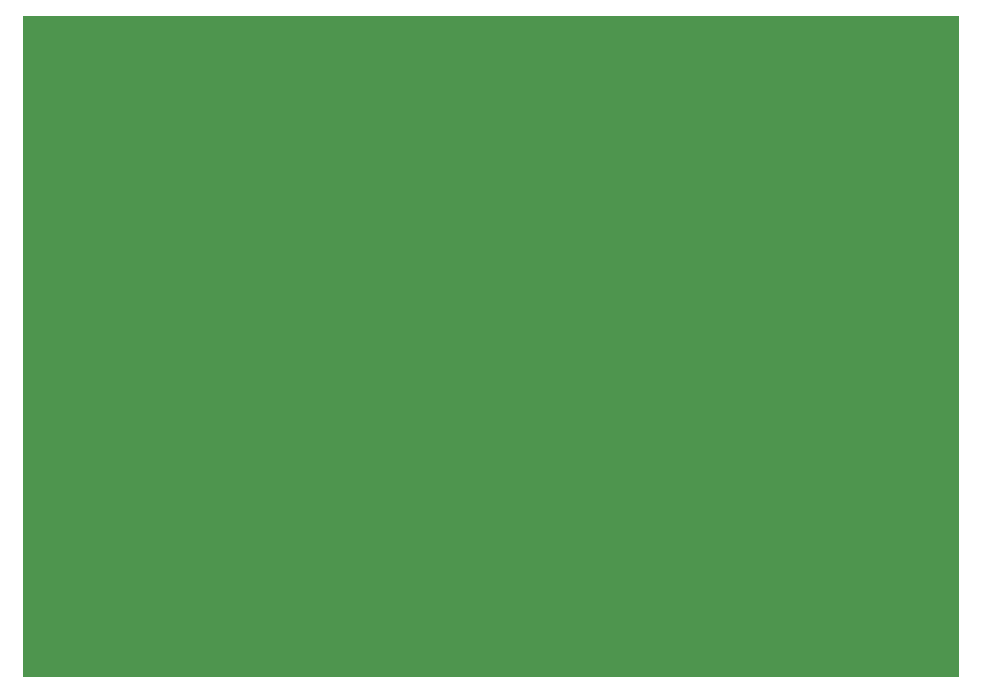
<source format=gbr>
%TF.GenerationSoftware,KiCad,Pcbnew,(7.0.0-0)*%
%TF.CreationDate,2023-04-09T15:37:06-07:00*%
%TF.ProjectId,sofle_click_keyplate_C,736f666c-655f-4636-9c69-636b5f6b6579,rev?*%
%TF.SameCoordinates,Original*%
%TF.FileFunction,Soldermask,Bot*%
%TF.FilePolarity,Negative*%
%FSLAX46Y46*%
G04 Gerber Fmt 4.6, Leading zero omitted, Abs format (unit mm)*
G04 Created by KiCad (PCBNEW (7.0.0-0)) date 2023-04-09 15:37:06*
%MOMM*%
%LPD*%
G01*
G04 APERTURE LIST*
%ADD10C,4.700000*%
G04 APERTURE END LIST*
G36*
X93370000Y-85140000D02*
G01*
X172590000Y-85140000D01*
X172590000Y-29160000D01*
X93370000Y-29160000D01*
X93370000Y-85140000D01*
G37*
D10*
%TO.C,TH3*%
X158049214Y-72264214D03*
%TD*%
%TO.C,TH3*%
X119529214Y-58204214D03*
%TD*%
%TO.C,TH3*%
X138549214Y-55694214D03*
%TD*%
M02*

</source>
